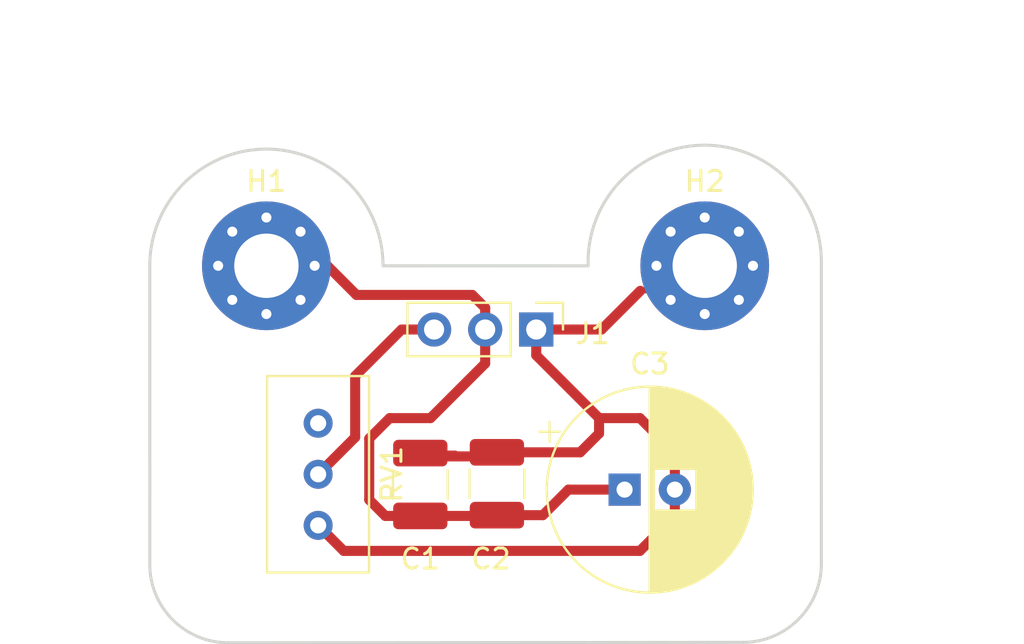
<source format=kicad_pcb>
(kicad_pcb (version 20171130) (host pcbnew "(5.1.9)-1")

  (general
    (thickness 1.6)
    (drawings 14)
    (tracks 47)
    (zones 0)
    (modules 7)
    (nets 5)
  )

  (page A4)
  (layers
    (0 F.Cu signal)
    (31 B.Cu signal)
    (32 B.Adhes user)
    (33 F.Adhes user)
    (34 B.Paste user)
    (35 F.Paste user)
    (36 B.SilkS user)
    (37 F.SilkS user)
    (38 B.Mask user)
    (39 F.Mask user)
    (40 Dwgs.User user)
    (41 Cmts.User user)
    (42 Eco1.User user)
    (43 Eco2.User user)
    (44 Edge.Cuts user)
    (45 Margin user)
    (46 B.CrtYd user)
    (47 F.CrtYd user)
    (48 B.Fab user)
    (49 F.Fab user hide)
  )

  (setup
    (last_trace_width 0.25)
    (user_trace_width 0.5)
    (trace_clearance 0.2)
    (zone_clearance 0.508)
    (zone_45_only no)
    (trace_min 0.2)
    (via_size 0.8)
    (via_drill 0.4)
    (via_min_size 0.4)
    (via_min_drill 0.3)
    (uvia_size 0.3)
    (uvia_drill 0.1)
    (uvias_allowed no)
    (uvia_min_size 0.2)
    (uvia_min_drill 0.1)
    (edge_width 0.05)
    (segment_width 0.2)
    (pcb_text_width 0.3)
    (pcb_text_size 1.5 1.5)
    (mod_edge_width 0.12)
    (mod_text_size 1 1)
    (mod_text_width 0.15)
    (pad_size 1.524 1.524)
    (pad_drill 0.762)
    (pad_to_mask_clearance 0)
    (aux_axis_origin 0 0)
    (visible_elements 7FFFFFFF)
    (pcbplotparams
      (layerselection 0x010fc_ffffffff)
      (usegerberextensions false)
      (usegerberattributes true)
      (usegerberadvancedattributes true)
      (creategerberjobfile true)
      (excludeedgelayer true)
      (linewidth 0.100000)
      (plotframeref false)
      (viasonmask false)
      (mode 1)
      (useauxorigin false)
      (hpglpennumber 1)
      (hpglpenspeed 20)
      (hpglpendiameter 15.000000)
      (psnegative false)
      (psa4output false)
      (plotreference true)
      (plotvalue true)
      (plotinvisibletext false)
      (padsonsilk false)
      (subtractmaskfromsilk false)
      (outputformat 1)
      (mirror false)
      (drillshape 1)
      (scaleselection 1)
      (outputdirectory ""))
  )

  (net 0 "")
  (net 1 Sense-)
  (net 2 Sense+)
  (net 3 TR)
  (net 4 "Net-(RV1-Pad3)")

  (net_class Default "This is the default net class."
    (clearance 0.2)
    (trace_width 0.25)
    (via_dia 0.8)
    (via_drill 0.4)
    (uvia_dia 0.3)
    (uvia_drill 0.1)
    (add_net "Net-(RV1-Pad3)")
    (add_net Sense+)
    (add_net Sense-)
    (add_net TR)
  )

  (module MountingHole:MountingHole_3.2mm_M3_Pad_Via (layer F.Cu) (tedit 56DDBCCA) (tstamp 60832936)
    (at 154.1 54.4)
    (descr "Mounting Hole 3.2mm, M3")
    (tags "mounting hole 3.2mm m3")
    (path /607F97D8)
    (attr virtual)
    (fp_text reference H2 (at 0 -4.2) (layer F.SilkS)
      (effects (font (size 1 1) (thickness 0.15)))
    )
    (fp_text value MountingHole_Pad (at 0 4.2) (layer F.Fab)
      (effects (font (size 1 1) (thickness 0.15)))
    )
    (fp_circle (center 0 0) (end 3.45 0) (layer F.CrtYd) (width 0.05))
    (fp_circle (center 0 0) (end 3.2 0) (layer Cmts.User) (width 0.15))
    (fp_text user %R (at 0.3 0) (layer F.Fab)
      (effects (font (size 1 1) (thickness 0.15)))
    )
    (pad 1 thru_hole circle (at 1.697056 -1.697056) (size 0.8 0.8) (drill 0.5) (layers *.Cu *.Mask)
      (net 1 Sense-))
    (pad 1 thru_hole circle (at 0 -2.4) (size 0.8 0.8) (drill 0.5) (layers *.Cu *.Mask)
      (net 1 Sense-))
    (pad 1 thru_hole circle (at -1.697056 -1.697056) (size 0.8 0.8) (drill 0.5) (layers *.Cu *.Mask)
      (net 1 Sense-))
    (pad 1 thru_hole circle (at -2.4 0) (size 0.8 0.8) (drill 0.5) (layers *.Cu *.Mask)
      (net 1 Sense-))
    (pad 1 thru_hole circle (at -1.697056 1.697056) (size 0.8 0.8) (drill 0.5) (layers *.Cu *.Mask)
      (net 1 Sense-))
    (pad 1 thru_hole circle (at 0 2.4) (size 0.8 0.8) (drill 0.5) (layers *.Cu *.Mask)
      (net 1 Sense-))
    (pad 1 thru_hole circle (at 1.697056 1.697056) (size 0.8 0.8) (drill 0.5) (layers *.Cu *.Mask)
      (net 1 Sense-))
    (pad 1 thru_hole circle (at 2.4 0) (size 0.8 0.8) (drill 0.5) (layers *.Cu *.Mask)
      (net 1 Sense-))
    (pad 1 thru_hole circle (at 0 0) (size 6.4 6.4) (drill 3.2) (layers *.Cu *.Mask)
      (net 1 Sense-))
  )

  (module MountingHole:MountingHole_3.2mm_M3_Pad_Via (layer F.Cu) (tedit 56DDBCCA) (tstamp 60832926)
    (at 132.3 54.4)
    (descr "Mounting Hole 3.2mm, M3")
    (tags "mounting hole 3.2mm m3")
    (path /607F8F12)
    (attr virtual)
    (fp_text reference H1 (at 0 -4.2) (layer F.SilkS)
      (effects (font (size 1 1) (thickness 0.15)))
    )
    (fp_text value MountingHole_Pad (at 0 4.2) (layer F.Fab)
      (effects (font (size 1 1) (thickness 0.15)))
    )
    (fp_circle (center 0 0) (end 3.45 0) (layer F.CrtYd) (width 0.05))
    (fp_circle (center 0 0) (end 3.2 0) (layer Cmts.User) (width 0.15))
    (fp_text user %R (at 0.3 0) (layer F.Fab)
      (effects (font (size 1 1) (thickness 0.15)))
    )
    (pad 1 thru_hole circle (at 1.697056 -1.697056) (size 0.8 0.8) (drill 0.5) (layers *.Cu *.Mask)
      (net 2 Sense+))
    (pad 1 thru_hole circle (at 0 -2.4) (size 0.8 0.8) (drill 0.5) (layers *.Cu *.Mask)
      (net 2 Sense+))
    (pad 1 thru_hole circle (at -1.697056 -1.697056) (size 0.8 0.8) (drill 0.5) (layers *.Cu *.Mask)
      (net 2 Sense+))
    (pad 1 thru_hole circle (at -2.4 0) (size 0.8 0.8) (drill 0.5) (layers *.Cu *.Mask)
      (net 2 Sense+))
    (pad 1 thru_hole circle (at -1.697056 1.697056) (size 0.8 0.8) (drill 0.5) (layers *.Cu *.Mask)
      (net 2 Sense+))
    (pad 1 thru_hole circle (at 0 2.4) (size 0.8 0.8) (drill 0.5) (layers *.Cu *.Mask)
      (net 2 Sense+))
    (pad 1 thru_hole circle (at 1.697056 1.697056) (size 0.8 0.8) (drill 0.5) (layers *.Cu *.Mask)
      (net 2 Sense+))
    (pad 1 thru_hole circle (at 2.4 0) (size 0.8 0.8) (drill 0.5) (layers *.Cu *.Mask)
      (net 2 Sense+))
    (pad 1 thru_hole circle (at 0 0) (size 6.4 6.4) (drill 3.2) (layers *.Cu *.Mask)
      (net 2 Sense+))
  )

  (module Capacitor_THT:CP_Radial_D10.0mm_P2.50mm (layer F.Cu) (tedit 5AE50EF1) (tstamp 60873ECA)
    (at 150.114 65.532)
    (descr "CP, Radial series, Radial, pin pitch=2.50mm, , diameter=10mm, Electrolytic Capacitor")
    (tags "CP Radial series Radial pin pitch 2.50mm  diameter 10mm Electrolytic Capacitor")
    (path /607F6320)
    (fp_text reference C3 (at 1.25 -6.25) (layer F.SilkS)
      (effects (font (size 1 1) (thickness 0.15)))
    )
    (fp_text value 2.2m (at 1.25 6.25) (layer F.Fab)
      (effects (font (size 1 1) (thickness 0.15)))
    )
    (fp_line (start -3.729646 -3.375) (end -3.729646 -2.375) (layer F.SilkS) (width 0.12))
    (fp_line (start -4.229646 -2.875) (end -3.229646 -2.875) (layer F.SilkS) (width 0.12))
    (fp_line (start 6.331 -0.599) (end 6.331 0.599) (layer F.SilkS) (width 0.12))
    (fp_line (start 6.291 -0.862) (end 6.291 0.862) (layer F.SilkS) (width 0.12))
    (fp_line (start 6.251 -1.062) (end 6.251 1.062) (layer F.SilkS) (width 0.12))
    (fp_line (start 6.211 -1.23) (end 6.211 1.23) (layer F.SilkS) (width 0.12))
    (fp_line (start 6.171 -1.378) (end 6.171 1.378) (layer F.SilkS) (width 0.12))
    (fp_line (start 6.131 -1.51) (end 6.131 1.51) (layer F.SilkS) (width 0.12))
    (fp_line (start 6.091 -1.63) (end 6.091 1.63) (layer F.SilkS) (width 0.12))
    (fp_line (start 6.051 -1.742) (end 6.051 1.742) (layer F.SilkS) (width 0.12))
    (fp_line (start 6.011 -1.846) (end 6.011 1.846) (layer F.SilkS) (width 0.12))
    (fp_line (start 5.971 -1.944) (end 5.971 1.944) (layer F.SilkS) (width 0.12))
    (fp_line (start 5.931 -2.037) (end 5.931 2.037) (layer F.SilkS) (width 0.12))
    (fp_line (start 5.891 -2.125) (end 5.891 2.125) (layer F.SilkS) (width 0.12))
    (fp_line (start 5.851 -2.209) (end 5.851 2.209) (layer F.SilkS) (width 0.12))
    (fp_line (start 5.811 -2.289) (end 5.811 2.289) (layer F.SilkS) (width 0.12))
    (fp_line (start 5.771 -2.365) (end 5.771 2.365) (layer F.SilkS) (width 0.12))
    (fp_line (start 5.731 -2.439) (end 5.731 2.439) (layer F.SilkS) (width 0.12))
    (fp_line (start 5.691 -2.51) (end 5.691 2.51) (layer F.SilkS) (width 0.12))
    (fp_line (start 5.651 -2.579) (end 5.651 2.579) (layer F.SilkS) (width 0.12))
    (fp_line (start 5.611 -2.645) (end 5.611 2.645) (layer F.SilkS) (width 0.12))
    (fp_line (start 5.571 -2.709) (end 5.571 2.709) (layer F.SilkS) (width 0.12))
    (fp_line (start 5.531 -2.77) (end 5.531 2.77) (layer F.SilkS) (width 0.12))
    (fp_line (start 5.491 -2.83) (end 5.491 2.83) (layer F.SilkS) (width 0.12))
    (fp_line (start 5.451 -2.889) (end 5.451 2.889) (layer F.SilkS) (width 0.12))
    (fp_line (start 5.411 -2.945) (end 5.411 2.945) (layer F.SilkS) (width 0.12))
    (fp_line (start 5.371 -3) (end 5.371 3) (layer F.SilkS) (width 0.12))
    (fp_line (start 5.331 -3.054) (end 5.331 3.054) (layer F.SilkS) (width 0.12))
    (fp_line (start 5.291 -3.106) (end 5.291 3.106) (layer F.SilkS) (width 0.12))
    (fp_line (start 5.251 -3.156) (end 5.251 3.156) (layer F.SilkS) (width 0.12))
    (fp_line (start 5.211 -3.206) (end 5.211 3.206) (layer F.SilkS) (width 0.12))
    (fp_line (start 5.171 -3.254) (end 5.171 3.254) (layer F.SilkS) (width 0.12))
    (fp_line (start 5.131 -3.301) (end 5.131 3.301) (layer F.SilkS) (width 0.12))
    (fp_line (start 5.091 -3.347) (end 5.091 3.347) (layer F.SilkS) (width 0.12))
    (fp_line (start 5.051 -3.392) (end 5.051 3.392) (layer F.SilkS) (width 0.12))
    (fp_line (start 5.011 -3.436) (end 5.011 3.436) (layer F.SilkS) (width 0.12))
    (fp_line (start 4.971 -3.478) (end 4.971 3.478) (layer F.SilkS) (width 0.12))
    (fp_line (start 4.931 -3.52) (end 4.931 3.52) (layer F.SilkS) (width 0.12))
    (fp_line (start 4.891 -3.561) (end 4.891 3.561) (layer F.SilkS) (width 0.12))
    (fp_line (start 4.851 -3.601) (end 4.851 3.601) (layer F.SilkS) (width 0.12))
    (fp_line (start 4.811 -3.64) (end 4.811 3.64) (layer F.SilkS) (width 0.12))
    (fp_line (start 4.771 -3.679) (end 4.771 3.679) (layer F.SilkS) (width 0.12))
    (fp_line (start 4.731 -3.716) (end 4.731 3.716) (layer F.SilkS) (width 0.12))
    (fp_line (start 4.691 -3.753) (end 4.691 3.753) (layer F.SilkS) (width 0.12))
    (fp_line (start 4.651 -3.789) (end 4.651 3.789) (layer F.SilkS) (width 0.12))
    (fp_line (start 4.611 -3.824) (end 4.611 3.824) (layer F.SilkS) (width 0.12))
    (fp_line (start 4.571 -3.858) (end 4.571 3.858) (layer F.SilkS) (width 0.12))
    (fp_line (start 4.531 -3.892) (end 4.531 3.892) (layer F.SilkS) (width 0.12))
    (fp_line (start 4.491 -3.925) (end 4.491 3.925) (layer F.SilkS) (width 0.12))
    (fp_line (start 4.451 -3.957) (end 4.451 3.957) (layer F.SilkS) (width 0.12))
    (fp_line (start 4.411 -3.989) (end 4.411 3.989) (layer F.SilkS) (width 0.12))
    (fp_line (start 4.371 -4.02) (end 4.371 4.02) (layer F.SilkS) (width 0.12))
    (fp_line (start 4.331 -4.05) (end 4.331 4.05) (layer F.SilkS) (width 0.12))
    (fp_line (start 4.291 -4.08) (end 4.291 4.08) (layer F.SilkS) (width 0.12))
    (fp_line (start 4.251 -4.11) (end 4.251 4.11) (layer F.SilkS) (width 0.12))
    (fp_line (start 4.211 -4.138) (end 4.211 4.138) (layer F.SilkS) (width 0.12))
    (fp_line (start 4.171 -4.166) (end 4.171 4.166) (layer F.SilkS) (width 0.12))
    (fp_line (start 4.131 -4.194) (end 4.131 4.194) (layer F.SilkS) (width 0.12))
    (fp_line (start 4.091 -4.221) (end 4.091 4.221) (layer F.SilkS) (width 0.12))
    (fp_line (start 4.051 -4.247) (end 4.051 4.247) (layer F.SilkS) (width 0.12))
    (fp_line (start 4.011 -4.273) (end 4.011 4.273) (layer F.SilkS) (width 0.12))
    (fp_line (start 3.971 -4.298) (end 3.971 4.298) (layer F.SilkS) (width 0.12))
    (fp_line (start 3.931 -4.323) (end 3.931 4.323) (layer F.SilkS) (width 0.12))
    (fp_line (start 3.891 -4.347) (end 3.891 4.347) (layer F.SilkS) (width 0.12))
    (fp_line (start 3.851 -4.371) (end 3.851 4.371) (layer F.SilkS) (width 0.12))
    (fp_line (start 3.811 -4.395) (end 3.811 4.395) (layer F.SilkS) (width 0.12))
    (fp_line (start 3.771 -4.417) (end 3.771 4.417) (layer F.SilkS) (width 0.12))
    (fp_line (start 3.731 -4.44) (end 3.731 4.44) (layer F.SilkS) (width 0.12))
    (fp_line (start 3.691 -4.462) (end 3.691 4.462) (layer F.SilkS) (width 0.12))
    (fp_line (start 3.651 -4.483) (end 3.651 4.483) (layer F.SilkS) (width 0.12))
    (fp_line (start 3.611 -4.504) (end 3.611 4.504) (layer F.SilkS) (width 0.12))
    (fp_line (start 3.571 -4.525) (end 3.571 4.525) (layer F.SilkS) (width 0.12))
    (fp_line (start 3.531 1.04) (end 3.531 4.545) (layer F.SilkS) (width 0.12))
    (fp_line (start 3.531 -4.545) (end 3.531 -1.04) (layer F.SilkS) (width 0.12))
    (fp_line (start 3.491 1.04) (end 3.491 4.564) (layer F.SilkS) (width 0.12))
    (fp_line (start 3.491 -4.564) (end 3.491 -1.04) (layer F.SilkS) (width 0.12))
    (fp_line (start 3.451 1.04) (end 3.451 4.584) (layer F.SilkS) (width 0.12))
    (fp_line (start 3.451 -4.584) (end 3.451 -1.04) (layer F.SilkS) (width 0.12))
    (fp_line (start 3.411 1.04) (end 3.411 4.603) (layer F.SilkS) (width 0.12))
    (fp_line (start 3.411 -4.603) (end 3.411 -1.04) (layer F.SilkS) (width 0.12))
    (fp_line (start 3.371 1.04) (end 3.371 4.621) (layer F.SilkS) (width 0.12))
    (fp_line (start 3.371 -4.621) (end 3.371 -1.04) (layer F.SilkS) (width 0.12))
    (fp_line (start 3.331 1.04) (end 3.331 4.639) (layer F.SilkS) (width 0.12))
    (fp_line (start 3.331 -4.639) (end 3.331 -1.04) (layer F.SilkS) (width 0.12))
    (fp_line (start 3.291 1.04) (end 3.291 4.657) (layer F.SilkS) (width 0.12))
    (fp_line (start 3.291 -4.657) (end 3.291 -1.04) (layer F.SilkS) (width 0.12))
    (fp_line (start 3.251 1.04) (end 3.251 4.674) (layer F.SilkS) (width 0.12))
    (fp_line (start 3.251 -4.674) (end 3.251 -1.04) (layer F.SilkS) (width 0.12))
    (fp_line (start 3.211 1.04) (end 3.211 4.69) (layer F.SilkS) (width 0.12))
    (fp_line (start 3.211 -4.69) (end 3.211 -1.04) (layer F.SilkS) (width 0.12))
    (fp_line (start 3.171 1.04) (end 3.171 4.707) (layer F.SilkS) (width 0.12))
    (fp_line (start 3.171 -4.707) (end 3.171 -1.04) (layer F.SilkS) (width 0.12))
    (fp_line (start 3.131 1.04) (end 3.131 4.723) (layer F.SilkS) (width 0.12))
    (fp_line (start 3.131 -4.723) (end 3.131 -1.04) (layer F.SilkS) (width 0.12))
    (fp_line (start 3.091 1.04) (end 3.091 4.738) (layer F.SilkS) (width 0.12))
    (fp_line (start 3.091 -4.738) (end 3.091 -1.04) (layer F.SilkS) (width 0.12))
    (fp_line (start 3.051 1.04) (end 3.051 4.754) (layer F.SilkS) (width 0.12))
    (fp_line (start 3.051 -4.754) (end 3.051 -1.04) (layer F.SilkS) (width 0.12))
    (fp_line (start 3.011 1.04) (end 3.011 4.768) (layer F.SilkS) (width 0.12))
    (fp_line (start 3.011 -4.768) (end 3.011 -1.04) (layer F.SilkS) (width 0.12))
    (fp_line (start 2.971 1.04) (end 2.971 4.783) (layer F.SilkS) (width 0.12))
    (fp_line (start 2.971 -4.783) (end 2.971 -1.04) (layer F.SilkS) (width 0.12))
    (fp_line (start 2.931 1.04) (end 2.931 4.797) (layer F.SilkS) (width 0.12))
    (fp_line (start 2.931 -4.797) (end 2.931 -1.04) (layer F.SilkS) (width 0.12))
    (fp_line (start 2.891 1.04) (end 2.891 4.811) (layer F.SilkS) (width 0.12))
    (fp_line (start 2.891 -4.811) (end 2.891 -1.04) (layer F.SilkS) (width 0.12))
    (fp_line (start 2.851 1.04) (end 2.851 4.824) (layer F.SilkS) (width 0.12))
    (fp_line (start 2.851 -4.824) (end 2.851 -1.04) (layer F.SilkS) (width 0.12))
    (fp_line (start 2.811 1.04) (end 2.811 4.837) (layer F.SilkS) (width 0.12))
    (fp_line (start 2.811 -4.837) (end 2.811 -1.04) (layer F.SilkS) (width 0.12))
    (fp_line (start 2.771 1.04) (end 2.771 4.85) (layer F.SilkS) (width 0.12))
    (fp_line (start 2.771 -4.85) (end 2.771 -1.04) (layer F.SilkS) (width 0.12))
    (fp_line (start 2.731 1.04) (end 2.731 4.862) (layer F.SilkS) (width 0.12))
    (fp_line (start 2.731 -4.862) (end 2.731 -1.04) (layer F.SilkS) (width 0.12))
    (fp_line (start 2.691 1.04) (end 2.691 4.874) (layer F.SilkS) (width 0.12))
    (fp_line (start 2.691 -4.874) (end 2.691 -1.04) (layer F.SilkS) (width 0.12))
    (fp_line (start 2.651 1.04) (end 2.651 4.885) (layer F.SilkS) (width 0.12))
    (fp_line (start 2.651 -4.885) (end 2.651 -1.04) (layer F.SilkS) (width 0.12))
    (fp_line (start 2.611 1.04) (end 2.611 4.897) (layer F.SilkS) (width 0.12))
    (fp_line (start 2.611 -4.897) (end 2.611 -1.04) (layer F.SilkS) (width 0.12))
    (fp_line (start 2.571 1.04) (end 2.571 4.907) (layer F.SilkS) (width 0.12))
    (fp_line (start 2.571 -4.907) (end 2.571 -1.04) (layer F.SilkS) (width 0.12))
    (fp_line (start 2.531 1.04) (end 2.531 4.918) (layer F.SilkS) (width 0.12))
    (fp_line (start 2.531 -4.918) (end 2.531 -1.04) (layer F.SilkS) (width 0.12))
    (fp_line (start 2.491 1.04) (end 2.491 4.928) (layer F.SilkS) (width 0.12))
    (fp_line (start 2.491 -4.928) (end 2.491 -1.04) (layer F.SilkS) (width 0.12))
    (fp_line (start 2.451 1.04) (end 2.451 4.938) (layer F.SilkS) (width 0.12))
    (fp_line (start 2.451 -4.938) (end 2.451 -1.04) (layer F.SilkS) (width 0.12))
    (fp_line (start 2.411 1.04) (end 2.411 4.947) (layer F.SilkS) (width 0.12))
    (fp_line (start 2.411 -4.947) (end 2.411 -1.04) (layer F.SilkS) (width 0.12))
    (fp_line (start 2.371 1.04) (end 2.371 4.956) (layer F.SilkS) (width 0.12))
    (fp_line (start 2.371 -4.956) (end 2.371 -1.04) (layer F.SilkS) (width 0.12))
    (fp_line (start 2.331 1.04) (end 2.331 4.965) (layer F.SilkS) (width 0.12))
    (fp_line (start 2.331 -4.965) (end 2.331 -1.04) (layer F.SilkS) (width 0.12))
    (fp_line (start 2.291 1.04) (end 2.291 4.974) (layer F.SilkS) (width 0.12))
    (fp_line (start 2.291 -4.974) (end 2.291 -1.04) (layer F.SilkS) (width 0.12))
    (fp_line (start 2.251 1.04) (end 2.251 4.982) (layer F.SilkS) (width 0.12))
    (fp_line (start 2.251 -4.982) (end 2.251 -1.04) (layer F.SilkS) (width 0.12))
    (fp_line (start 2.211 1.04) (end 2.211 4.99) (layer F.SilkS) (width 0.12))
    (fp_line (start 2.211 -4.99) (end 2.211 -1.04) (layer F.SilkS) (width 0.12))
    (fp_line (start 2.171 1.04) (end 2.171 4.997) (layer F.SilkS) (width 0.12))
    (fp_line (start 2.171 -4.997) (end 2.171 -1.04) (layer F.SilkS) (width 0.12))
    (fp_line (start 2.131 1.04) (end 2.131 5.004) (layer F.SilkS) (width 0.12))
    (fp_line (start 2.131 -5.004) (end 2.131 -1.04) (layer F.SilkS) (width 0.12))
    (fp_line (start 2.091 1.04) (end 2.091 5.011) (layer F.SilkS) (width 0.12))
    (fp_line (start 2.091 -5.011) (end 2.091 -1.04) (layer F.SilkS) (width 0.12))
    (fp_line (start 2.051 1.04) (end 2.051 5.018) (layer F.SilkS) (width 0.12))
    (fp_line (start 2.051 -5.018) (end 2.051 -1.04) (layer F.SilkS) (width 0.12))
    (fp_line (start 2.011 1.04) (end 2.011 5.024) (layer F.SilkS) (width 0.12))
    (fp_line (start 2.011 -5.024) (end 2.011 -1.04) (layer F.SilkS) (width 0.12))
    (fp_line (start 1.971 1.04) (end 1.971 5.03) (layer F.SilkS) (width 0.12))
    (fp_line (start 1.971 -5.03) (end 1.971 -1.04) (layer F.SilkS) (width 0.12))
    (fp_line (start 1.93 1.04) (end 1.93 5.035) (layer F.SilkS) (width 0.12))
    (fp_line (start 1.93 -5.035) (end 1.93 -1.04) (layer F.SilkS) (width 0.12))
    (fp_line (start 1.89 1.04) (end 1.89 5.04) (layer F.SilkS) (width 0.12))
    (fp_line (start 1.89 -5.04) (end 1.89 -1.04) (layer F.SilkS) (width 0.12))
    (fp_line (start 1.85 1.04) (end 1.85 5.045) (layer F.SilkS) (width 0.12))
    (fp_line (start 1.85 -5.045) (end 1.85 -1.04) (layer F.SilkS) (width 0.12))
    (fp_line (start 1.81 1.04) (end 1.81 5.05) (layer F.SilkS) (width 0.12))
    (fp_line (start 1.81 -5.05) (end 1.81 -1.04) (layer F.SilkS) (width 0.12))
    (fp_line (start 1.77 1.04) (end 1.77 5.054) (layer F.SilkS) (width 0.12))
    (fp_line (start 1.77 -5.054) (end 1.77 -1.04) (layer F.SilkS) (width 0.12))
    (fp_line (start 1.73 1.04) (end 1.73 5.058) (layer F.SilkS) (width 0.12))
    (fp_line (start 1.73 -5.058) (end 1.73 -1.04) (layer F.SilkS) (width 0.12))
    (fp_line (start 1.69 1.04) (end 1.69 5.062) (layer F.SilkS) (width 0.12))
    (fp_line (start 1.69 -5.062) (end 1.69 -1.04) (layer F.SilkS) (width 0.12))
    (fp_line (start 1.65 1.04) (end 1.65 5.065) (layer F.SilkS) (width 0.12))
    (fp_line (start 1.65 -5.065) (end 1.65 -1.04) (layer F.SilkS) (width 0.12))
    (fp_line (start 1.61 1.04) (end 1.61 5.068) (layer F.SilkS) (width 0.12))
    (fp_line (start 1.61 -5.068) (end 1.61 -1.04) (layer F.SilkS) (width 0.12))
    (fp_line (start 1.57 1.04) (end 1.57 5.07) (layer F.SilkS) (width 0.12))
    (fp_line (start 1.57 -5.07) (end 1.57 -1.04) (layer F.SilkS) (width 0.12))
    (fp_line (start 1.53 1.04) (end 1.53 5.073) (layer F.SilkS) (width 0.12))
    (fp_line (start 1.53 -5.073) (end 1.53 -1.04) (layer F.SilkS) (width 0.12))
    (fp_line (start 1.49 1.04) (end 1.49 5.075) (layer F.SilkS) (width 0.12))
    (fp_line (start 1.49 -5.075) (end 1.49 -1.04) (layer F.SilkS) (width 0.12))
    (fp_line (start 1.45 -5.077) (end 1.45 5.077) (layer F.SilkS) (width 0.12))
    (fp_line (start 1.41 -5.078) (end 1.41 5.078) (layer F.SilkS) (width 0.12))
    (fp_line (start 1.37 -5.079) (end 1.37 5.079) (layer F.SilkS) (width 0.12))
    (fp_line (start 1.33 -5.08) (end 1.33 5.08) (layer F.SilkS) (width 0.12))
    (fp_line (start 1.29 -5.08) (end 1.29 5.08) (layer F.SilkS) (width 0.12))
    (fp_line (start 1.25 -5.08) (end 1.25 5.08) (layer F.SilkS) (width 0.12))
    (fp_line (start -2.538861 -2.6875) (end -2.538861 -1.6875) (layer F.Fab) (width 0.1))
    (fp_line (start -3.038861 -2.1875) (end -2.038861 -2.1875) (layer F.Fab) (width 0.1))
    (fp_circle (center 1.25 0) (end 6.5 0) (layer F.CrtYd) (width 0.05))
    (fp_circle (center 1.25 0) (end 6.37 0) (layer F.SilkS) (width 0.12))
    (fp_circle (center 1.25 0) (end 6.25 0) (layer F.Fab) (width 0.1))
    (fp_text user %R (at 1.25 0) (layer F.Fab)
      (effects (font (size 1 1) (thickness 0.15)))
    )
    (pad 2 thru_hole circle (at 2.5 0) (size 1.6 1.6) (drill 0.8) (layers *.Cu *.Mask)
      (net 1 Sense-))
    (pad 1 thru_hole rect (at 0 0) (size 1.6 1.6) (drill 0.8) (layers *.Cu *.Mask)
      (net 2 Sense+))
    (model ${KISYS3DMOD}/Capacitor_THT.3dshapes/CP_Radial_D10.0mm_P2.50mm.wrl
      (at (xyz 0 0 0))
      (scale (xyz 1 1 1))
      (rotate (xyz 0 0 0))
    )
  )

  (module Capacitor_SMD:C_1210_3225Metric_Pad1.33x2.70mm_HandSolder (layer F.Cu) (tedit 5F68FEEF) (tstamp 60911BB1)
    (at 139.954 65.278 90)
    (descr "Capacitor SMD 1210 (3225 Metric), square (rectangular) end terminal, IPC_7351 nominal with elongated pad for handsoldering. (Body size source: IPC-SM-782 page 76, https://www.pcb-3d.com/wordpress/wp-content/uploads/ipc-sm-782a_amendment_1_and_2.pdf), generated with kicad-footprint-generator")
    (tags "capacitor handsolder")
    (path /607F5324)
    (attr smd)
    (fp_text reference C1 (at -3.7 0 180) (layer F.SilkS)
      (effects (font (size 1 1) (thickness 0.15)))
    )
    (fp_text value 100n (at 0 2.3 90) (layer F.Fab)
      (effects (font (size 1 1) (thickness 0.15)))
    )
    (fp_line (start -1.6 1.25) (end -1.6 -1.25) (layer F.Fab) (width 0.1))
    (fp_line (start -1.6 -1.25) (end 1.6 -1.25) (layer F.Fab) (width 0.1))
    (fp_line (start 1.6 -1.25) (end 1.6 1.25) (layer F.Fab) (width 0.1))
    (fp_line (start 1.6 1.25) (end -1.6 1.25) (layer F.Fab) (width 0.1))
    (fp_line (start -0.711252 -1.36) (end 0.711252 -1.36) (layer F.SilkS) (width 0.12))
    (fp_line (start -0.711252 1.36) (end 0.711252 1.36) (layer F.SilkS) (width 0.12))
    (fp_line (start -2.48 1.6) (end -2.48 -1.6) (layer F.CrtYd) (width 0.05))
    (fp_line (start -2.48 -1.6) (end 2.48 -1.6) (layer F.CrtYd) (width 0.05))
    (fp_line (start 2.48 -1.6) (end 2.48 1.6) (layer F.CrtYd) (width 0.05))
    (fp_line (start 2.48 1.6) (end -2.48 1.6) (layer F.CrtYd) (width 0.05))
    (fp_text user %R (at 0 0 90) (layer F.Fab)
      (effects (font (size 0.8 0.8) (thickness 0.12)))
    )
    (pad 2 smd roundrect (at 1.5625 0 90) (size 1.325 2.7) (layers F.Cu F.Paste F.Mask) (roundrect_rratio 0.188679)
      (net 1 Sense-))
    (pad 1 smd roundrect (at -1.5625 0 90) (size 1.325 2.7) (layers F.Cu F.Paste F.Mask) (roundrect_rratio 0.188679)
      (net 2 Sense+))
    (model ${KISYS3DMOD}/Capacitor_SMD.3dshapes/C_1210_3225Metric.wrl
      (at (xyz 0 0 0))
      (scale (xyz 1 1 1))
      (rotate (xyz 0 0 0))
    )
  )

  (module Potentiometer_THT:Potentiometer_Bourns_3296W_Vertical (layer F.Cu) (tedit 5A3D4994) (tstamp 60909014)
    (at 134.874 67.31 270)
    (descr "Potentiometer, vertical, Bourns 3296W, https://www.bourns.com/pdfs/3296.pdf")
    (tags "Potentiometer vertical Bourns 3296W")
    (path /60908837)
    (fp_text reference RV1 (at -2.54 -3.66 90) (layer F.SilkS)
      (effects (font (size 1 1) (thickness 0.15)))
    )
    (fp_text value R_POT_TRIM (at -2.54 3.67 90) (layer F.Fab)
      (effects (font (size 1 1) (thickness 0.15)))
    )
    (fp_circle (center 0.955 1.15) (end 2.05 1.15) (layer F.Fab) (width 0.1))
    (fp_line (start -7.305 -2.41) (end -7.305 2.42) (layer F.Fab) (width 0.1))
    (fp_line (start -7.305 2.42) (end 2.225 2.42) (layer F.Fab) (width 0.1))
    (fp_line (start 2.225 2.42) (end 2.225 -2.41) (layer F.Fab) (width 0.1))
    (fp_line (start 2.225 -2.41) (end -7.305 -2.41) (layer F.Fab) (width 0.1))
    (fp_line (start 0.955 2.235) (end 0.956 0.066) (layer F.Fab) (width 0.1))
    (fp_line (start 0.955 2.235) (end 0.956 0.066) (layer F.Fab) (width 0.1))
    (fp_line (start -7.425 -2.53) (end 2.345 -2.53) (layer F.SilkS) (width 0.12))
    (fp_line (start -7.425 2.54) (end 2.345 2.54) (layer F.SilkS) (width 0.12))
    (fp_line (start -7.425 -2.53) (end -7.425 2.54) (layer F.SilkS) (width 0.12))
    (fp_line (start 2.345 -2.53) (end 2.345 2.54) (layer F.SilkS) (width 0.12))
    (fp_line (start -7.6 -2.7) (end -7.6 2.7) (layer F.CrtYd) (width 0.05))
    (fp_line (start -7.6 2.7) (end 2.5 2.7) (layer F.CrtYd) (width 0.05))
    (fp_line (start 2.5 2.7) (end 2.5 -2.7) (layer F.CrtYd) (width 0.05))
    (fp_line (start 2.5 -2.7) (end -7.6 -2.7) (layer F.CrtYd) (width 0.05))
    (fp_text user %R (at -3.175 0.005 90) (layer F.Fab)
      (effects (font (size 1 1) (thickness 0.15)))
    )
    (pad 3 thru_hole circle (at -5.08 0 270) (size 1.44 1.44) (drill 0.8) (layers *.Cu *.Mask)
      (net 4 "Net-(RV1-Pad3)"))
    (pad 2 thru_hole circle (at -2.54 0 270) (size 1.44 1.44) (drill 0.8) (layers *.Cu *.Mask)
      (net 3 TR))
    (pad 1 thru_hole circle (at 0 0 270) (size 1.44 1.44) (drill 0.8) (layers *.Cu *.Mask)
      (net 1 Sense-))
    (model ${KISYS3DMOD}/Potentiometer_THT.3dshapes/Potentiometer_Bourns_3296W_Vertical.wrl
      (at (xyz 0 0 0))
      (scale (xyz 1 1 1))
      (rotate (xyz 0 0 0))
    )
  )

  (module Capacitor_SMD:C_1210_3225Metric_Pad1.33x2.70mm_HandSolder (layer F.Cu) (tedit 5F68FEEF) (tstamp 60832905)
    (at 143.764 65.2395 90)
    (descr "Capacitor SMD 1210 (3225 Metric), square (rectangular) end terminal, IPC_7351 nominal with elongated pad for handsoldering. (Body size source: IPC-SM-782 page 76, https://www.pcb-3d.com/wordpress/wp-content/uploads/ipc-sm-782a_amendment_1_and_2.pdf), generated with kicad-footprint-generator")
    (tags "capacitor handsolder")
    (path /607F6033)
    (attr smd)
    (fp_text reference C2 (at -3.7375 -0.3 180) (layer F.SilkS)
      (effects (font (size 1 1) (thickness 0.15)))
    )
    (fp_text value 10u (at 0 2.3 90) (layer F.Fab)
      (effects (font (size 1 1) (thickness 0.15)))
    )
    (fp_line (start -1.6 1.25) (end -1.6 -1.25) (layer F.Fab) (width 0.1))
    (fp_line (start -1.6 -1.25) (end 1.6 -1.25) (layer F.Fab) (width 0.1))
    (fp_line (start 1.6 -1.25) (end 1.6 1.25) (layer F.Fab) (width 0.1))
    (fp_line (start 1.6 1.25) (end -1.6 1.25) (layer F.Fab) (width 0.1))
    (fp_line (start -0.711252 -1.36) (end 0.711252 -1.36) (layer F.SilkS) (width 0.12))
    (fp_line (start -0.711252 1.36) (end 0.711252 1.36) (layer F.SilkS) (width 0.12))
    (fp_line (start -2.48 1.6) (end -2.48 -1.6) (layer F.CrtYd) (width 0.05))
    (fp_line (start -2.48 -1.6) (end 2.48 -1.6) (layer F.CrtYd) (width 0.05))
    (fp_line (start 2.48 -1.6) (end 2.48 1.6) (layer F.CrtYd) (width 0.05))
    (fp_line (start 2.48 1.6) (end -2.48 1.6) (layer F.CrtYd) (width 0.05))
    (fp_text user %R (at 0 0 90) (layer F.Fab)
      (effects (font (size 0.8 0.8) (thickness 0.12)))
    )
    (pad 2 smd roundrect (at 1.5625 0 90) (size 1.325 2.7) (layers F.Cu F.Paste F.Mask) (roundrect_rratio 0.188679)
      (net 1 Sense-))
    (pad 1 smd roundrect (at -1.5625 0 90) (size 1.325 2.7) (layers F.Cu F.Paste F.Mask) (roundrect_rratio 0.188679)
      (net 2 Sense+))
    (model ${KISYS3DMOD}/Capacitor_SMD.3dshapes/C_1210_3225Metric.wrl
      (at (xyz 0 0 0))
      (scale (xyz 1 1 1))
      (rotate (xyz 0 0 0))
    )
  )

  (module Connector_PinHeader_2.54mm:PinHeader_1x03_P2.54mm_Vertical (layer F.Cu) (tedit 59FED5CC) (tstamp 6083294D)
    (at 145.72 57.57 270)
    (descr "Through hole straight pin header, 1x03, 2.54mm pitch, single row")
    (tags "Through hole pin header THT 1x03 2.54mm single row")
    (path /60838562)
    (fp_text reference J1 (at 0.2 -2.8 180) (layer F.SilkS)
      (effects (font (size 1 1) (thickness 0.15)))
    )
    (fp_text value Conn_01x03_Female (at 0 7.41 90) (layer F.Fab)
      (effects (font (size 1 1) (thickness 0.15)))
    )
    (fp_line (start 1.8 -1.8) (end -1.8 -1.8) (layer F.CrtYd) (width 0.05))
    (fp_line (start 1.8 6.85) (end 1.8 -1.8) (layer F.CrtYd) (width 0.05))
    (fp_line (start -1.8 6.85) (end 1.8 6.85) (layer F.CrtYd) (width 0.05))
    (fp_line (start -1.8 -1.8) (end -1.8 6.85) (layer F.CrtYd) (width 0.05))
    (fp_line (start -1.33 -1.33) (end 0 -1.33) (layer F.SilkS) (width 0.12))
    (fp_line (start -1.33 0) (end -1.33 -1.33) (layer F.SilkS) (width 0.12))
    (fp_line (start -1.33 1.27) (end 1.33 1.27) (layer F.SilkS) (width 0.12))
    (fp_line (start 1.33 1.27) (end 1.33 6.41) (layer F.SilkS) (width 0.12))
    (fp_line (start -1.33 1.27) (end -1.33 6.41) (layer F.SilkS) (width 0.12))
    (fp_line (start -1.33 6.41) (end 1.33 6.41) (layer F.SilkS) (width 0.12))
    (fp_line (start -1.27 -0.635) (end -0.635 -1.27) (layer F.Fab) (width 0.1))
    (fp_line (start -1.27 6.35) (end -1.27 -0.635) (layer F.Fab) (width 0.1))
    (fp_line (start 1.27 6.35) (end -1.27 6.35) (layer F.Fab) (width 0.1))
    (fp_line (start 1.27 -1.27) (end 1.27 6.35) (layer F.Fab) (width 0.1))
    (fp_line (start -0.635 -1.27) (end 1.27 -1.27) (layer F.Fab) (width 0.1))
    (fp_text user %R (at 0 2.54) (layer F.Fab)
      (effects (font (size 1 1) (thickness 0.15)))
    )
    (pad 3 thru_hole oval (at 0 5.08 270) (size 1.7 1.7) (drill 1) (layers *.Cu *.Mask)
      (net 3 TR))
    (pad 2 thru_hole oval (at 0 2.54 270) (size 1.7 1.7) (drill 1) (layers *.Cu *.Mask)
      (net 2 Sense+))
    (pad 1 thru_hole rect (at 0 0 270) (size 1.7 1.7) (drill 1) (layers *.Cu *.Mask)
      (net 1 Sense-))
    (model ${KISYS3DMOD}/Connector_PinHeader_2.54mm.3dshapes/PinHeader_1x03_P2.54mm_Vertical.wrl
      (at (xyz 0 0 0))
      (scale (xyz 1 1 1))
      (rotate (xyz 0 0 0))
    )
  )

  (dimension 50.8 (width 0.15) (layer Dwgs.User)
    (gr_text "50.800 mm" (at 144.526 44.48) (layer Dwgs.User)
      (effects (font (size 1 1) (thickness 0.15)))
    )
    (feature1 (pts (xy 169.926 43.18) (xy 169.926 43.766421)))
    (feature2 (pts (xy 119.126 43.18) (xy 119.126 43.766421)))
    (crossbar (pts (xy 119.126 43.18) (xy 169.926 43.18)))
    (arrow1a (pts (xy 169.926 43.18) (xy 168.799496 43.766421)))
    (arrow1b (pts (xy 169.926 43.18) (xy 168.799496 42.593579)))
    (arrow2a (pts (xy 119.126 43.18) (xy 120.252504 43.766421)))
    (arrow2b (pts (xy 119.126 43.18) (xy 120.252504 42.593579)))
  )
  (gr_line (start 126.501155 66.025346) (end 126.501155 69.153346) (layer Edge.Cuts) (width 0.15) (tstamp 60909F58))
  (gr_line (start 159.898845 66.00509) (end 159.898845 69.13309) (layer Edge.Cuts) (width 0.15) (tstamp 60909F57))
  (dimension 33.6 (width 0.15) (layer Dwgs.User)
    (gr_text "33.600 mm" (at 143.2 46.8) (layer Dwgs.User)
      (effects (font (size 1 1) (thickness 0.15)))
    )
    (feature1 (pts (xy 160 45.5) (xy 160 46.086421)))
    (feature2 (pts (xy 126.4 45.5) (xy 126.4 46.086421)))
    (crossbar (pts (xy 126.4 45.5) (xy 160 45.5)))
    (arrow1a (pts (xy 160 45.5) (xy 158.873496 46.086421)))
    (arrow1b (pts (xy 160 45.5) (xy 158.873496 44.913579)))
    (arrow2a (pts (xy 126.4 45.5) (xy 127.526504 46.086421)))
    (arrow2b (pts (xy 126.4 45.5) (xy 127.526504 44.913579)))
  )
  (gr_line (start 126.501155 66.025346) (end 126.500565 54.480981) (layer Edge.Cuts) (width 0.15) (tstamp 60872F13))
  (gr_line (start 159.898845 66.00509) (end 159.9 54.25) (layer Edge.Cuts) (width 0.15) (tstamp 60872E86))
  (gr_line (start 130.4 73.148256) (end 156 73.128) (layer Edge.Cuts) (width 0.15) (tstamp 608746CF))
  (gr_arc (start 130.4 69.248256) (end 130.4 73.148256) (angle 91.4) (layer Edge.Cuts) (width 0.15) (tstamp 608746C4))
  (gr_arc (start 156 69.228) (end 156 73.128) (angle -91.4) (layer Edge.Cuts) (width 0.15) (tstamp 608746CA))
  (gr_line (start 159.9 54.25) (end 159.9 54.2) (layer Edge.Cuts) (width 0.05) (tstamp 60872CD6))
  (gr_line (start 138.1 54.4) (end 148.303533 54.402417) (layer Edge.Cuts) (width 0.15) (tstamp 60833A25))
  (gr_arc (start 132.3 54.4) (end 138.1 54.4) (angle -180.8) (layer Edge.Cuts) (width 0.15))
  (gr_arc (start 154.1 54.2) (end 159.9 54.2) (angle -182) (layer Edge.Cuts) (width 0.15))
  (dimension 21.8 (width 0.15) (layer Dwgs.User)
    (gr_text "21.800 mm" (at 143.2 50.1) (layer Dwgs.User)
      (effects (font (size 1 1) (thickness 0.15)))
    )
    (feature1 (pts (xy 154.1 48.5) (xy 154.1 49.386421)))
    (feature2 (pts (xy 132.3 48.5) (xy 132.3 49.386421)))
    (crossbar (pts (xy 132.3 48.8) (xy 154.1 48.8)))
    (arrow1a (pts (xy 154.1 48.8) (xy 152.973496 49.386421)))
    (arrow1b (pts (xy 154.1 48.8) (xy 152.973496 48.213579)))
    (arrow2a (pts (xy 132.3 48.8) (xy 133.426504 49.386421)))
    (arrow2b (pts (xy 132.3 48.8) (xy 133.426504 48.213579)))
  )

  (segment (start 145.72 57.57) (end 148.97 57.57) (width 0.5) (layer F.Cu) (net 1))
  (segment (start 145.72 57.57) (end 145.72 58.852) (width 0.5) (layer F.Cu) (net 1))
  (segment (start 145.72 58.852) (end 148.844 61.976) (width 0.5) (layer F.Cu) (net 1))
  (segment (start 148.844 61.976) (end 150.876 61.976) (width 0.5) (layer F.Cu) (net 1))
  (segment (start 152.614 63.714) (end 152.614 65.532) (width 0.5) (layer F.Cu) (net 1))
  (segment (start 150.876 61.976) (end 152.614 63.714) (width 0.5) (layer F.Cu) (net 1))
  (segment (start 148.844 62.738) (end 148.844 61.976) (width 0.5) (layer F.Cu) (net 1))
  (segment (start 147.905 63.677) (end 148.844 62.738) (width 0.5) (layer F.Cu) (net 1))
  (segment (start 134.874 67.31) (end 136.144 68.58) (width 0.5) (layer F.Cu) (net 1))
  (segment (start 136.144 68.58) (end 150.876 68.58) (width 0.5) (layer F.Cu) (net 1))
  (segment (start 152.614 66.842) (end 152.614 65.532) (width 0.5) (layer F.Cu) (net 1))
  (segment (start 150.876 68.58) (end 152.614 66.842) (width 0.5) (layer F.Cu) (net 1))
  (segment (start 141.6935 63.7155) (end 141.858 63.88) (width 0.25) (layer F.Cu) (net 1))
  (segment (start 141.858 63.88) (end 143.435 63.88) (width 0.5) (layer F.Cu) (net 1))
  (segment (start 139.954 63.7155) (end 141.6935 63.7155) (width 0.25) (layer F.Cu) (net 1))
  (segment (start 139.75 63.88) (end 141.858 63.88) (width 0.5) (layer F.Cu) (net 1))
  (segment (start 143.764 63.677) (end 144.703 63.677) (width 0.25) (layer F.Cu) (net 1))
  (segment (start 144.703 63.677) (end 147.905 63.677) (width 0.5) (layer F.Cu) (net 1))
  (segment (start 143.51 63.677) (end 144.703 63.677) (width 0.5) (layer F.Cu) (net 1))
  (segment (start 152.855 55.645) (end 154.1 54.4) (width 0.25) (layer F.Cu) (net 1))
  (segment (start 150.895 55.645) (end 152.855 55.645) (width 0.25) (layer F.Cu) (net 1))
  (segment (start 148.97 57.57) (end 150.895 55.645) (width 0.5) (layer F.Cu) (net 1))
  (segment (start 143.18 57.57) (end 143.18 56.49) (width 0.5) (layer F.Cu) (net 2))
  (segment (start 143.18 56.49) (end 142.54 55.85) (width 0.5) (layer F.Cu) (net 2))
  (segment (start 142.54 55.85) (end 136.78 55.85) (width 0.5) (layer F.Cu) (net 2))
  (segment (start 135.33 54.4) (end 132.3 54.4) (width 0.5) (layer F.Cu) (net 2))
  (segment (start 136.78 55.85) (end 135.33 54.4) (width 0.5) (layer F.Cu) (net 2))
  (segment (start 143.4715 66.8405) (end 143.51 66.802) (width 0.5) (layer F.Cu) (net 2))
  (segment (start 139.7 66.8405) (end 143.4715 66.8405) (width 0.5) (layer F.Cu) (net 2))
  (segment (start 143.18 57.57) (end 143.18 59.258) (width 0.5) (layer F.Cu) (net 2))
  (segment (start 143.18 59.258) (end 140.462 61.976) (width 0.5) (layer F.Cu) (net 2))
  (segment (start 140.462 61.976) (end 138.43 61.976) (width 0.5) (layer F.Cu) (net 2))
  (segment (start 138.43 61.976) (end 137.414 62.992) (width 0.5) (layer F.Cu) (net 2))
  (segment (start 137.414 62.992) (end 137.414 66.04) (width 0.5) (layer F.Cu) (net 2))
  (segment (start 138.2145 66.8405) (end 139.7 66.8405) (width 0.5) (layer F.Cu) (net 2))
  (segment (start 137.414 66.04) (end 138.2145 66.8405) (width 0.5) (layer F.Cu) (net 2))
  (segment (start 143.51 66.802) (end 146.05 66.802) (width 0.5) (layer F.Cu) (net 2))
  (segment (start 147.32 65.532) (end 150.114 65.532) (width 0.5) (layer F.Cu) (net 2))
  (segment (start 146.05 66.802) (end 147.32 65.532) (width 0.5) (layer F.Cu) (net 2))
  (segment (start 139.954 66.8405) (end 138.2145 66.8405) (width 0.25) (layer F.Cu) (net 2))
  (segment (start 143.7255 66.8405) (end 143.764 66.802) (width 0.25) (layer F.Cu) (net 2))
  (segment (start 139.954 66.8405) (end 143.7255 66.8405) (width 0.25) (layer F.Cu) (net 2))
  (segment (start 134.7 54.4) (end 132.3 54.4) (width 0.25) (layer F.Cu) (net 2))
  (segment (start 139.026 57.57) (end 140.64 57.57) (width 0.5) (layer F.Cu) (net 3))
  (segment (start 136.71399 59.88201) (end 139.026 57.57) (width 0.5) (layer F.Cu) (net 3))
  (segment (start 136.71399 62.93001) (end 136.71399 59.88201) (width 0.5) (layer F.Cu) (net 3))
  (segment (start 134.874 64.77) (end 136.71399 62.93001) (width 0.5) (layer F.Cu) (net 3))

)

</source>
